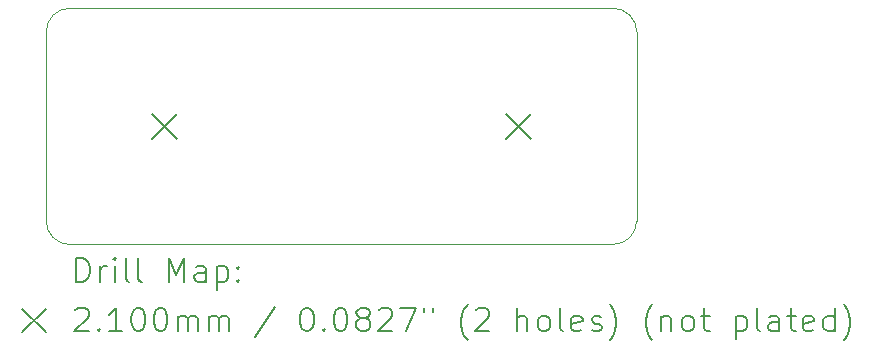
<source format=gbr>
%TF.GenerationSoftware,KiCad,Pcbnew,7.0.7*%
%TF.CreationDate,2023-09-05T11:40:54+02:00*%
%TF.ProjectId,tle5010-11_pcb,746c6535-3031-4302-9d31-315f7063622e,rev?*%
%TF.SameCoordinates,Original*%
%TF.FileFunction,Drillmap*%
%TF.FilePolarity,Positive*%
%FSLAX45Y45*%
G04 Gerber Fmt 4.5, Leading zero omitted, Abs format (unit mm)*
G04 Created by KiCad (PCBNEW 7.0.7) date 2023-09-05 11:40:54*
%MOMM*%
%LPD*%
G01*
G04 APERTURE LIST*
%ADD10C,0.100000*%
%ADD11C,0.200000*%
%ADD12C,0.210000*%
G04 APERTURE END LIST*
D10*
X3000000Y-3800000D02*
G75*
G03*
X3200000Y-4000000I200000J0D01*
G01*
X8000000Y-3800000D02*
X8000000Y-2200000D01*
X3200000Y-2000000D02*
G75*
G03*
X3000000Y-2200000I0J-200000D01*
G01*
X7800000Y-2000000D02*
X3200000Y-2000000D01*
X7800000Y-4000000D02*
G75*
G03*
X8000000Y-3800000I0J200000D01*
G01*
X8000000Y-2200000D02*
G75*
G03*
X7800000Y-2000000I-200000J0D01*
G01*
X3200000Y-4000000D02*
X7800000Y-4000000D01*
X3000000Y-2200000D02*
X3000000Y-3800000D01*
D11*
D12*
X3895000Y-2895000D02*
X4105000Y-3105000D01*
X4105000Y-2895000D02*
X3895000Y-3105000D01*
X6895000Y-2895000D02*
X7105000Y-3105000D01*
X7105000Y-2895000D02*
X6895000Y-3105000D01*
D11*
X3255777Y-4316484D02*
X3255777Y-4116484D01*
X3255777Y-4116484D02*
X3303396Y-4116484D01*
X3303396Y-4116484D02*
X3331967Y-4126008D01*
X3331967Y-4126008D02*
X3351015Y-4145055D01*
X3351015Y-4145055D02*
X3360539Y-4164103D01*
X3360539Y-4164103D02*
X3370062Y-4202198D01*
X3370062Y-4202198D02*
X3370062Y-4230770D01*
X3370062Y-4230770D02*
X3360539Y-4268865D01*
X3360539Y-4268865D02*
X3351015Y-4287912D01*
X3351015Y-4287912D02*
X3331967Y-4306960D01*
X3331967Y-4306960D02*
X3303396Y-4316484D01*
X3303396Y-4316484D02*
X3255777Y-4316484D01*
X3455777Y-4316484D02*
X3455777Y-4183150D01*
X3455777Y-4221246D02*
X3465301Y-4202198D01*
X3465301Y-4202198D02*
X3474824Y-4192674D01*
X3474824Y-4192674D02*
X3493872Y-4183150D01*
X3493872Y-4183150D02*
X3512920Y-4183150D01*
X3579586Y-4316484D02*
X3579586Y-4183150D01*
X3579586Y-4116484D02*
X3570062Y-4126008D01*
X3570062Y-4126008D02*
X3579586Y-4135531D01*
X3579586Y-4135531D02*
X3589110Y-4126008D01*
X3589110Y-4126008D02*
X3579586Y-4116484D01*
X3579586Y-4116484D02*
X3579586Y-4135531D01*
X3703396Y-4316484D02*
X3684348Y-4306960D01*
X3684348Y-4306960D02*
X3674824Y-4287912D01*
X3674824Y-4287912D02*
X3674824Y-4116484D01*
X3808158Y-4316484D02*
X3789110Y-4306960D01*
X3789110Y-4306960D02*
X3779586Y-4287912D01*
X3779586Y-4287912D02*
X3779586Y-4116484D01*
X4036729Y-4316484D02*
X4036729Y-4116484D01*
X4036729Y-4116484D02*
X4103396Y-4259341D01*
X4103396Y-4259341D02*
X4170062Y-4116484D01*
X4170062Y-4116484D02*
X4170062Y-4316484D01*
X4351015Y-4316484D02*
X4351015Y-4211722D01*
X4351015Y-4211722D02*
X4341491Y-4192674D01*
X4341491Y-4192674D02*
X4322444Y-4183150D01*
X4322444Y-4183150D02*
X4284348Y-4183150D01*
X4284348Y-4183150D02*
X4265301Y-4192674D01*
X4351015Y-4306960D02*
X4331967Y-4316484D01*
X4331967Y-4316484D02*
X4284348Y-4316484D01*
X4284348Y-4316484D02*
X4265301Y-4306960D01*
X4265301Y-4306960D02*
X4255777Y-4287912D01*
X4255777Y-4287912D02*
X4255777Y-4268865D01*
X4255777Y-4268865D02*
X4265301Y-4249817D01*
X4265301Y-4249817D02*
X4284348Y-4240293D01*
X4284348Y-4240293D02*
X4331967Y-4240293D01*
X4331967Y-4240293D02*
X4351015Y-4230770D01*
X4446253Y-4183150D02*
X4446253Y-4383150D01*
X4446253Y-4192674D02*
X4465301Y-4183150D01*
X4465301Y-4183150D02*
X4503396Y-4183150D01*
X4503396Y-4183150D02*
X4522444Y-4192674D01*
X4522444Y-4192674D02*
X4531967Y-4202198D01*
X4531967Y-4202198D02*
X4541491Y-4221246D01*
X4541491Y-4221246D02*
X4541491Y-4278389D01*
X4541491Y-4278389D02*
X4531967Y-4297436D01*
X4531967Y-4297436D02*
X4522444Y-4306960D01*
X4522444Y-4306960D02*
X4503396Y-4316484D01*
X4503396Y-4316484D02*
X4465301Y-4316484D01*
X4465301Y-4316484D02*
X4446253Y-4306960D01*
X4627205Y-4297436D02*
X4636729Y-4306960D01*
X4636729Y-4306960D02*
X4627205Y-4316484D01*
X4627205Y-4316484D02*
X4617682Y-4306960D01*
X4617682Y-4306960D02*
X4627205Y-4297436D01*
X4627205Y-4297436D02*
X4627205Y-4316484D01*
X4627205Y-4192674D02*
X4636729Y-4202198D01*
X4636729Y-4202198D02*
X4627205Y-4211722D01*
X4627205Y-4211722D02*
X4617682Y-4202198D01*
X4617682Y-4202198D02*
X4627205Y-4192674D01*
X4627205Y-4192674D02*
X4627205Y-4211722D01*
X2795000Y-4545000D02*
X2995000Y-4745000D01*
X2995000Y-4545000D02*
X2795000Y-4745000D01*
X3246253Y-4555531D02*
X3255777Y-4546008D01*
X3255777Y-4546008D02*
X3274824Y-4536484D01*
X3274824Y-4536484D02*
X3322443Y-4536484D01*
X3322443Y-4536484D02*
X3341491Y-4546008D01*
X3341491Y-4546008D02*
X3351015Y-4555531D01*
X3351015Y-4555531D02*
X3360539Y-4574579D01*
X3360539Y-4574579D02*
X3360539Y-4593627D01*
X3360539Y-4593627D02*
X3351015Y-4622198D01*
X3351015Y-4622198D02*
X3236729Y-4736484D01*
X3236729Y-4736484D02*
X3360539Y-4736484D01*
X3446253Y-4717436D02*
X3455777Y-4726960D01*
X3455777Y-4726960D02*
X3446253Y-4736484D01*
X3446253Y-4736484D02*
X3436729Y-4726960D01*
X3436729Y-4726960D02*
X3446253Y-4717436D01*
X3446253Y-4717436D02*
X3446253Y-4736484D01*
X3646253Y-4736484D02*
X3531967Y-4736484D01*
X3589110Y-4736484D02*
X3589110Y-4536484D01*
X3589110Y-4536484D02*
X3570062Y-4565055D01*
X3570062Y-4565055D02*
X3551015Y-4584103D01*
X3551015Y-4584103D02*
X3531967Y-4593627D01*
X3770062Y-4536484D02*
X3789110Y-4536484D01*
X3789110Y-4536484D02*
X3808158Y-4546008D01*
X3808158Y-4546008D02*
X3817682Y-4555531D01*
X3817682Y-4555531D02*
X3827205Y-4574579D01*
X3827205Y-4574579D02*
X3836729Y-4612674D01*
X3836729Y-4612674D02*
X3836729Y-4660293D01*
X3836729Y-4660293D02*
X3827205Y-4698389D01*
X3827205Y-4698389D02*
X3817682Y-4717436D01*
X3817682Y-4717436D02*
X3808158Y-4726960D01*
X3808158Y-4726960D02*
X3789110Y-4736484D01*
X3789110Y-4736484D02*
X3770062Y-4736484D01*
X3770062Y-4736484D02*
X3751015Y-4726960D01*
X3751015Y-4726960D02*
X3741491Y-4717436D01*
X3741491Y-4717436D02*
X3731967Y-4698389D01*
X3731967Y-4698389D02*
X3722443Y-4660293D01*
X3722443Y-4660293D02*
X3722443Y-4612674D01*
X3722443Y-4612674D02*
X3731967Y-4574579D01*
X3731967Y-4574579D02*
X3741491Y-4555531D01*
X3741491Y-4555531D02*
X3751015Y-4546008D01*
X3751015Y-4546008D02*
X3770062Y-4536484D01*
X3960539Y-4536484D02*
X3979586Y-4536484D01*
X3979586Y-4536484D02*
X3998634Y-4546008D01*
X3998634Y-4546008D02*
X4008158Y-4555531D01*
X4008158Y-4555531D02*
X4017682Y-4574579D01*
X4017682Y-4574579D02*
X4027205Y-4612674D01*
X4027205Y-4612674D02*
X4027205Y-4660293D01*
X4027205Y-4660293D02*
X4017682Y-4698389D01*
X4017682Y-4698389D02*
X4008158Y-4717436D01*
X4008158Y-4717436D02*
X3998634Y-4726960D01*
X3998634Y-4726960D02*
X3979586Y-4736484D01*
X3979586Y-4736484D02*
X3960539Y-4736484D01*
X3960539Y-4736484D02*
X3941491Y-4726960D01*
X3941491Y-4726960D02*
X3931967Y-4717436D01*
X3931967Y-4717436D02*
X3922443Y-4698389D01*
X3922443Y-4698389D02*
X3912920Y-4660293D01*
X3912920Y-4660293D02*
X3912920Y-4612674D01*
X3912920Y-4612674D02*
X3922443Y-4574579D01*
X3922443Y-4574579D02*
X3931967Y-4555531D01*
X3931967Y-4555531D02*
X3941491Y-4546008D01*
X3941491Y-4546008D02*
X3960539Y-4536484D01*
X4112920Y-4736484D02*
X4112920Y-4603150D01*
X4112920Y-4622198D02*
X4122443Y-4612674D01*
X4122443Y-4612674D02*
X4141491Y-4603150D01*
X4141491Y-4603150D02*
X4170063Y-4603150D01*
X4170063Y-4603150D02*
X4189110Y-4612674D01*
X4189110Y-4612674D02*
X4198634Y-4631722D01*
X4198634Y-4631722D02*
X4198634Y-4736484D01*
X4198634Y-4631722D02*
X4208158Y-4612674D01*
X4208158Y-4612674D02*
X4227205Y-4603150D01*
X4227205Y-4603150D02*
X4255777Y-4603150D01*
X4255777Y-4603150D02*
X4274825Y-4612674D01*
X4274825Y-4612674D02*
X4284348Y-4631722D01*
X4284348Y-4631722D02*
X4284348Y-4736484D01*
X4379586Y-4736484D02*
X4379586Y-4603150D01*
X4379586Y-4622198D02*
X4389110Y-4612674D01*
X4389110Y-4612674D02*
X4408158Y-4603150D01*
X4408158Y-4603150D02*
X4436729Y-4603150D01*
X4436729Y-4603150D02*
X4455777Y-4612674D01*
X4455777Y-4612674D02*
X4465301Y-4631722D01*
X4465301Y-4631722D02*
X4465301Y-4736484D01*
X4465301Y-4631722D02*
X4474825Y-4612674D01*
X4474825Y-4612674D02*
X4493872Y-4603150D01*
X4493872Y-4603150D02*
X4522444Y-4603150D01*
X4522444Y-4603150D02*
X4541491Y-4612674D01*
X4541491Y-4612674D02*
X4551015Y-4631722D01*
X4551015Y-4631722D02*
X4551015Y-4736484D01*
X4941491Y-4526960D02*
X4770063Y-4784103D01*
X5198634Y-4536484D02*
X5217682Y-4536484D01*
X5217682Y-4536484D02*
X5236729Y-4546008D01*
X5236729Y-4546008D02*
X5246253Y-4555531D01*
X5246253Y-4555531D02*
X5255777Y-4574579D01*
X5255777Y-4574579D02*
X5265301Y-4612674D01*
X5265301Y-4612674D02*
X5265301Y-4660293D01*
X5265301Y-4660293D02*
X5255777Y-4698389D01*
X5255777Y-4698389D02*
X5246253Y-4717436D01*
X5246253Y-4717436D02*
X5236729Y-4726960D01*
X5236729Y-4726960D02*
X5217682Y-4736484D01*
X5217682Y-4736484D02*
X5198634Y-4736484D01*
X5198634Y-4736484D02*
X5179587Y-4726960D01*
X5179587Y-4726960D02*
X5170063Y-4717436D01*
X5170063Y-4717436D02*
X5160539Y-4698389D01*
X5160539Y-4698389D02*
X5151015Y-4660293D01*
X5151015Y-4660293D02*
X5151015Y-4612674D01*
X5151015Y-4612674D02*
X5160539Y-4574579D01*
X5160539Y-4574579D02*
X5170063Y-4555531D01*
X5170063Y-4555531D02*
X5179587Y-4546008D01*
X5179587Y-4546008D02*
X5198634Y-4536484D01*
X5351015Y-4717436D02*
X5360539Y-4726960D01*
X5360539Y-4726960D02*
X5351015Y-4736484D01*
X5351015Y-4736484D02*
X5341491Y-4726960D01*
X5341491Y-4726960D02*
X5351015Y-4717436D01*
X5351015Y-4717436D02*
X5351015Y-4736484D01*
X5484348Y-4536484D02*
X5503396Y-4536484D01*
X5503396Y-4536484D02*
X5522444Y-4546008D01*
X5522444Y-4546008D02*
X5531968Y-4555531D01*
X5531968Y-4555531D02*
X5541491Y-4574579D01*
X5541491Y-4574579D02*
X5551015Y-4612674D01*
X5551015Y-4612674D02*
X5551015Y-4660293D01*
X5551015Y-4660293D02*
X5541491Y-4698389D01*
X5541491Y-4698389D02*
X5531968Y-4717436D01*
X5531968Y-4717436D02*
X5522444Y-4726960D01*
X5522444Y-4726960D02*
X5503396Y-4736484D01*
X5503396Y-4736484D02*
X5484348Y-4736484D01*
X5484348Y-4736484D02*
X5465301Y-4726960D01*
X5465301Y-4726960D02*
X5455777Y-4717436D01*
X5455777Y-4717436D02*
X5446253Y-4698389D01*
X5446253Y-4698389D02*
X5436729Y-4660293D01*
X5436729Y-4660293D02*
X5436729Y-4612674D01*
X5436729Y-4612674D02*
X5446253Y-4574579D01*
X5446253Y-4574579D02*
X5455777Y-4555531D01*
X5455777Y-4555531D02*
X5465301Y-4546008D01*
X5465301Y-4546008D02*
X5484348Y-4536484D01*
X5665301Y-4622198D02*
X5646253Y-4612674D01*
X5646253Y-4612674D02*
X5636729Y-4603150D01*
X5636729Y-4603150D02*
X5627206Y-4584103D01*
X5627206Y-4584103D02*
X5627206Y-4574579D01*
X5627206Y-4574579D02*
X5636729Y-4555531D01*
X5636729Y-4555531D02*
X5646253Y-4546008D01*
X5646253Y-4546008D02*
X5665301Y-4536484D01*
X5665301Y-4536484D02*
X5703396Y-4536484D01*
X5703396Y-4536484D02*
X5722444Y-4546008D01*
X5722444Y-4546008D02*
X5731967Y-4555531D01*
X5731967Y-4555531D02*
X5741491Y-4574579D01*
X5741491Y-4574579D02*
X5741491Y-4584103D01*
X5741491Y-4584103D02*
X5731967Y-4603150D01*
X5731967Y-4603150D02*
X5722444Y-4612674D01*
X5722444Y-4612674D02*
X5703396Y-4622198D01*
X5703396Y-4622198D02*
X5665301Y-4622198D01*
X5665301Y-4622198D02*
X5646253Y-4631722D01*
X5646253Y-4631722D02*
X5636729Y-4641246D01*
X5636729Y-4641246D02*
X5627206Y-4660293D01*
X5627206Y-4660293D02*
X5627206Y-4698389D01*
X5627206Y-4698389D02*
X5636729Y-4717436D01*
X5636729Y-4717436D02*
X5646253Y-4726960D01*
X5646253Y-4726960D02*
X5665301Y-4736484D01*
X5665301Y-4736484D02*
X5703396Y-4736484D01*
X5703396Y-4736484D02*
X5722444Y-4726960D01*
X5722444Y-4726960D02*
X5731967Y-4717436D01*
X5731967Y-4717436D02*
X5741491Y-4698389D01*
X5741491Y-4698389D02*
X5741491Y-4660293D01*
X5741491Y-4660293D02*
X5731967Y-4641246D01*
X5731967Y-4641246D02*
X5722444Y-4631722D01*
X5722444Y-4631722D02*
X5703396Y-4622198D01*
X5817682Y-4555531D02*
X5827206Y-4546008D01*
X5827206Y-4546008D02*
X5846253Y-4536484D01*
X5846253Y-4536484D02*
X5893872Y-4536484D01*
X5893872Y-4536484D02*
X5912920Y-4546008D01*
X5912920Y-4546008D02*
X5922444Y-4555531D01*
X5922444Y-4555531D02*
X5931967Y-4574579D01*
X5931967Y-4574579D02*
X5931967Y-4593627D01*
X5931967Y-4593627D02*
X5922444Y-4622198D01*
X5922444Y-4622198D02*
X5808158Y-4736484D01*
X5808158Y-4736484D02*
X5931967Y-4736484D01*
X5998634Y-4536484D02*
X6131967Y-4536484D01*
X6131967Y-4536484D02*
X6046253Y-4736484D01*
X6198634Y-4536484D02*
X6198634Y-4574579D01*
X6274825Y-4536484D02*
X6274825Y-4574579D01*
X6570063Y-4812674D02*
X6560539Y-4803150D01*
X6560539Y-4803150D02*
X6541491Y-4774579D01*
X6541491Y-4774579D02*
X6531968Y-4755531D01*
X6531968Y-4755531D02*
X6522444Y-4726960D01*
X6522444Y-4726960D02*
X6512920Y-4679341D01*
X6512920Y-4679341D02*
X6512920Y-4641246D01*
X6512920Y-4641246D02*
X6522444Y-4593627D01*
X6522444Y-4593627D02*
X6531968Y-4565055D01*
X6531968Y-4565055D02*
X6541491Y-4546008D01*
X6541491Y-4546008D02*
X6560539Y-4517436D01*
X6560539Y-4517436D02*
X6570063Y-4507912D01*
X6636729Y-4555531D02*
X6646253Y-4546008D01*
X6646253Y-4546008D02*
X6665301Y-4536484D01*
X6665301Y-4536484D02*
X6712920Y-4536484D01*
X6712920Y-4536484D02*
X6731968Y-4546008D01*
X6731968Y-4546008D02*
X6741491Y-4555531D01*
X6741491Y-4555531D02*
X6751015Y-4574579D01*
X6751015Y-4574579D02*
X6751015Y-4593627D01*
X6751015Y-4593627D02*
X6741491Y-4622198D01*
X6741491Y-4622198D02*
X6627206Y-4736484D01*
X6627206Y-4736484D02*
X6751015Y-4736484D01*
X6989110Y-4736484D02*
X6989110Y-4536484D01*
X7074825Y-4736484D02*
X7074825Y-4631722D01*
X7074825Y-4631722D02*
X7065301Y-4612674D01*
X7065301Y-4612674D02*
X7046253Y-4603150D01*
X7046253Y-4603150D02*
X7017682Y-4603150D01*
X7017682Y-4603150D02*
X6998634Y-4612674D01*
X6998634Y-4612674D02*
X6989110Y-4622198D01*
X7198634Y-4736484D02*
X7179587Y-4726960D01*
X7179587Y-4726960D02*
X7170063Y-4717436D01*
X7170063Y-4717436D02*
X7160539Y-4698389D01*
X7160539Y-4698389D02*
X7160539Y-4641246D01*
X7160539Y-4641246D02*
X7170063Y-4622198D01*
X7170063Y-4622198D02*
X7179587Y-4612674D01*
X7179587Y-4612674D02*
X7198634Y-4603150D01*
X7198634Y-4603150D02*
X7227206Y-4603150D01*
X7227206Y-4603150D02*
X7246253Y-4612674D01*
X7246253Y-4612674D02*
X7255777Y-4622198D01*
X7255777Y-4622198D02*
X7265301Y-4641246D01*
X7265301Y-4641246D02*
X7265301Y-4698389D01*
X7265301Y-4698389D02*
X7255777Y-4717436D01*
X7255777Y-4717436D02*
X7246253Y-4726960D01*
X7246253Y-4726960D02*
X7227206Y-4736484D01*
X7227206Y-4736484D02*
X7198634Y-4736484D01*
X7379587Y-4736484D02*
X7360539Y-4726960D01*
X7360539Y-4726960D02*
X7351015Y-4707912D01*
X7351015Y-4707912D02*
X7351015Y-4536484D01*
X7531968Y-4726960D02*
X7512920Y-4736484D01*
X7512920Y-4736484D02*
X7474825Y-4736484D01*
X7474825Y-4736484D02*
X7455777Y-4726960D01*
X7455777Y-4726960D02*
X7446253Y-4707912D01*
X7446253Y-4707912D02*
X7446253Y-4631722D01*
X7446253Y-4631722D02*
X7455777Y-4612674D01*
X7455777Y-4612674D02*
X7474825Y-4603150D01*
X7474825Y-4603150D02*
X7512920Y-4603150D01*
X7512920Y-4603150D02*
X7531968Y-4612674D01*
X7531968Y-4612674D02*
X7541491Y-4631722D01*
X7541491Y-4631722D02*
X7541491Y-4650770D01*
X7541491Y-4650770D02*
X7446253Y-4669817D01*
X7617682Y-4726960D02*
X7636730Y-4736484D01*
X7636730Y-4736484D02*
X7674825Y-4736484D01*
X7674825Y-4736484D02*
X7693872Y-4726960D01*
X7693872Y-4726960D02*
X7703396Y-4707912D01*
X7703396Y-4707912D02*
X7703396Y-4698389D01*
X7703396Y-4698389D02*
X7693872Y-4679341D01*
X7693872Y-4679341D02*
X7674825Y-4669817D01*
X7674825Y-4669817D02*
X7646253Y-4669817D01*
X7646253Y-4669817D02*
X7627206Y-4660293D01*
X7627206Y-4660293D02*
X7617682Y-4641246D01*
X7617682Y-4641246D02*
X7617682Y-4631722D01*
X7617682Y-4631722D02*
X7627206Y-4612674D01*
X7627206Y-4612674D02*
X7646253Y-4603150D01*
X7646253Y-4603150D02*
X7674825Y-4603150D01*
X7674825Y-4603150D02*
X7693872Y-4612674D01*
X7770063Y-4812674D02*
X7779587Y-4803150D01*
X7779587Y-4803150D02*
X7798634Y-4774579D01*
X7798634Y-4774579D02*
X7808158Y-4755531D01*
X7808158Y-4755531D02*
X7817682Y-4726960D01*
X7817682Y-4726960D02*
X7827206Y-4679341D01*
X7827206Y-4679341D02*
X7827206Y-4641246D01*
X7827206Y-4641246D02*
X7817682Y-4593627D01*
X7817682Y-4593627D02*
X7808158Y-4565055D01*
X7808158Y-4565055D02*
X7798634Y-4546008D01*
X7798634Y-4546008D02*
X7779587Y-4517436D01*
X7779587Y-4517436D02*
X7770063Y-4507912D01*
X8131968Y-4812674D02*
X8122444Y-4803150D01*
X8122444Y-4803150D02*
X8103396Y-4774579D01*
X8103396Y-4774579D02*
X8093872Y-4755531D01*
X8093872Y-4755531D02*
X8084349Y-4726960D01*
X8084349Y-4726960D02*
X8074825Y-4679341D01*
X8074825Y-4679341D02*
X8074825Y-4641246D01*
X8074825Y-4641246D02*
X8084349Y-4593627D01*
X8084349Y-4593627D02*
X8093872Y-4565055D01*
X8093872Y-4565055D02*
X8103396Y-4546008D01*
X8103396Y-4546008D02*
X8122444Y-4517436D01*
X8122444Y-4517436D02*
X8131968Y-4507912D01*
X8208158Y-4603150D02*
X8208158Y-4736484D01*
X8208158Y-4622198D02*
X8217682Y-4612674D01*
X8217682Y-4612674D02*
X8236730Y-4603150D01*
X8236730Y-4603150D02*
X8265301Y-4603150D01*
X8265301Y-4603150D02*
X8284349Y-4612674D01*
X8284349Y-4612674D02*
X8293872Y-4631722D01*
X8293872Y-4631722D02*
X8293872Y-4736484D01*
X8417682Y-4736484D02*
X8398634Y-4726960D01*
X8398634Y-4726960D02*
X8389111Y-4717436D01*
X8389111Y-4717436D02*
X8379587Y-4698389D01*
X8379587Y-4698389D02*
X8379587Y-4641246D01*
X8379587Y-4641246D02*
X8389111Y-4622198D01*
X8389111Y-4622198D02*
X8398634Y-4612674D01*
X8398634Y-4612674D02*
X8417682Y-4603150D01*
X8417682Y-4603150D02*
X8446254Y-4603150D01*
X8446254Y-4603150D02*
X8465301Y-4612674D01*
X8465301Y-4612674D02*
X8474825Y-4622198D01*
X8474825Y-4622198D02*
X8484349Y-4641246D01*
X8484349Y-4641246D02*
X8484349Y-4698389D01*
X8484349Y-4698389D02*
X8474825Y-4717436D01*
X8474825Y-4717436D02*
X8465301Y-4726960D01*
X8465301Y-4726960D02*
X8446254Y-4736484D01*
X8446254Y-4736484D02*
X8417682Y-4736484D01*
X8541492Y-4603150D02*
X8617682Y-4603150D01*
X8570063Y-4536484D02*
X8570063Y-4707912D01*
X8570063Y-4707912D02*
X8579587Y-4726960D01*
X8579587Y-4726960D02*
X8598634Y-4736484D01*
X8598634Y-4736484D02*
X8617682Y-4736484D01*
X8836730Y-4603150D02*
X8836730Y-4803150D01*
X8836730Y-4612674D02*
X8855777Y-4603150D01*
X8855777Y-4603150D02*
X8893873Y-4603150D01*
X8893873Y-4603150D02*
X8912920Y-4612674D01*
X8912920Y-4612674D02*
X8922444Y-4622198D01*
X8922444Y-4622198D02*
X8931968Y-4641246D01*
X8931968Y-4641246D02*
X8931968Y-4698389D01*
X8931968Y-4698389D02*
X8922444Y-4717436D01*
X8922444Y-4717436D02*
X8912920Y-4726960D01*
X8912920Y-4726960D02*
X8893873Y-4736484D01*
X8893873Y-4736484D02*
X8855777Y-4736484D01*
X8855777Y-4736484D02*
X8836730Y-4726960D01*
X9046254Y-4736484D02*
X9027206Y-4726960D01*
X9027206Y-4726960D02*
X9017682Y-4707912D01*
X9017682Y-4707912D02*
X9017682Y-4536484D01*
X9208158Y-4736484D02*
X9208158Y-4631722D01*
X9208158Y-4631722D02*
X9198635Y-4612674D01*
X9198635Y-4612674D02*
X9179587Y-4603150D01*
X9179587Y-4603150D02*
X9141492Y-4603150D01*
X9141492Y-4603150D02*
X9122444Y-4612674D01*
X9208158Y-4726960D02*
X9189111Y-4736484D01*
X9189111Y-4736484D02*
X9141492Y-4736484D01*
X9141492Y-4736484D02*
X9122444Y-4726960D01*
X9122444Y-4726960D02*
X9112920Y-4707912D01*
X9112920Y-4707912D02*
X9112920Y-4688865D01*
X9112920Y-4688865D02*
X9122444Y-4669817D01*
X9122444Y-4669817D02*
X9141492Y-4660293D01*
X9141492Y-4660293D02*
X9189111Y-4660293D01*
X9189111Y-4660293D02*
X9208158Y-4650770D01*
X9274825Y-4603150D02*
X9351015Y-4603150D01*
X9303396Y-4536484D02*
X9303396Y-4707912D01*
X9303396Y-4707912D02*
X9312920Y-4726960D01*
X9312920Y-4726960D02*
X9331968Y-4736484D01*
X9331968Y-4736484D02*
X9351015Y-4736484D01*
X9493873Y-4726960D02*
X9474825Y-4736484D01*
X9474825Y-4736484D02*
X9436730Y-4736484D01*
X9436730Y-4736484D02*
X9417682Y-4726960D01*
X9417682Y-4726960D02*
X9408158Y-4707912D01*
X9408158Y-4707912D02*
X9408158Y-4631722D01*
X9408158Y-4631722D02*
X9417682Y-4612674D01*
X9417682Y-4612674D02*
X9436730Y-4603150D01*
X9436730Y-4603150D02*
X9474825Y-4603150D01*
X9474825Y-4603150D02*
X9493873Y-4612674D01*
X9493873Y-4612674D02*
X9503396Y-4631722D01*
X9503396Y-4631722D02*
X9503396Y-4650770D01*
X9503396Y-4650770D02*
X9408158Y-4669817D01*
X9674825Y-4736484D02*
X9674825Y-4536484D01*
X9674825Y-4726960D02*
X9655777Y-4736484D01*
X9655777Y-4736484D02*
X9617682Y-4736484D01*
X9617682Y-4736484D02*
X9598635Y-4726960D01*
X9598635Y-4726960D02*
X9589111Y-4717436D01*
X9589111Y-4717436D02*
X9579587Y-4698389D01*
X9579587Y-4698389D02*
X9579587Y-4641246D01*
X9579587Y-4641246D02*
X9589111Y-4622198D01*
X9589111Y-4622198D02*
X9598635Y-4612674D01*
X9598635Y-4612674D02*
X9617682Y-4603150D01*
X9617682Y-4603150D02*
X9655777Y-4603150D01*
X9655777Y-4603150D02*
X9674825Y-4612674D01*
X9751016Y-4812674D02*
X9760539Y-4803150D01*
X9760539Y-4803150D02*
X9779587Y-4774579D01*
X9779587Y-4774579D02*
X9789111Y-4755531D01*
X9789111Y-4755531D02*
X9798635Y-4726960D01*
X9798635Y-4726960D02*
X9808158Y-4679341D01*
X9808158Y-4679341D02*
X9808158Y-4641246D01*
X9808158Y-4641246D02*
X9798635Y-4593627D01*
X9798635Y-4593627D02*
X9789111Y-4565055D01*
X9789111Y-4565055D02*
X9779587Y-4546008D01*
X9779587Y-4546008D02*
X9760539Y-4517436D01*
X9760539Y-4517436D02*
X9751016Y-4507912D01*
M02*

</source>
